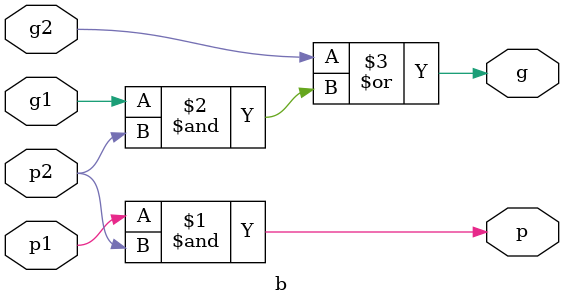
<source format=v>
module b(input g1, g2, p1, p2, output g, p);

assign p = p1 & p2;
assign g = g2 | (g1 & p2);

endmodule
</source>
